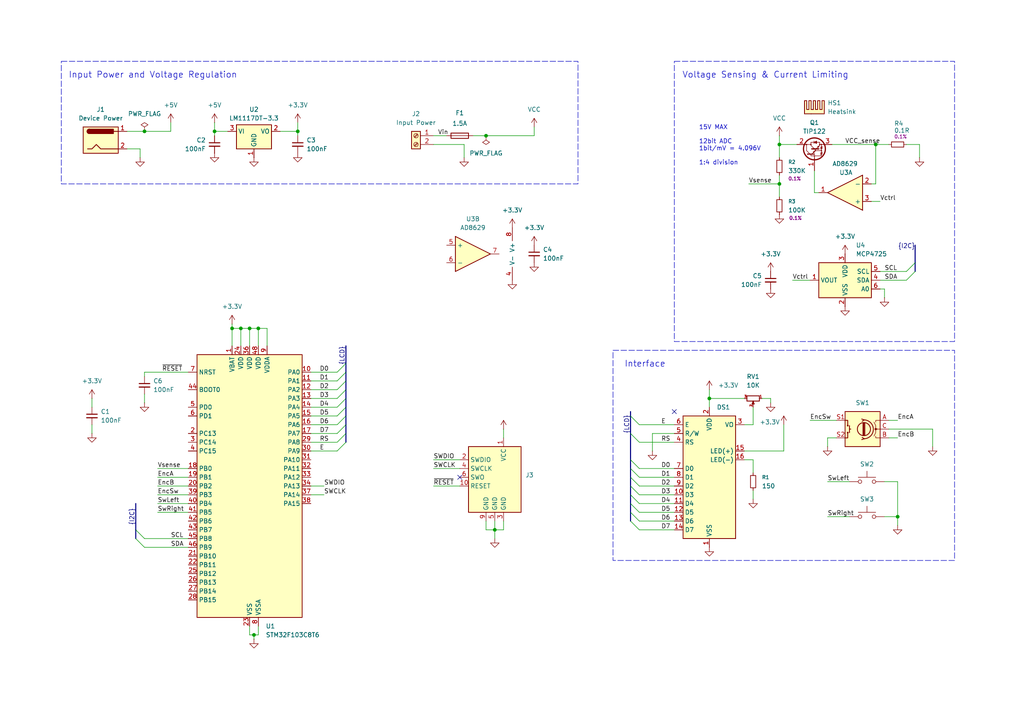
<source format=kicad_sch>
(kicad_sch (version 20250114) (generator "eeschema") (generator_version "9.0")
  (paper "A4")
  (title_block (title "Bench Electronic Load") (date "2025-11-24") (rev "A") (company "Denis Bazhenov"))
  (lib_symbols
    (symbol "Analog_DAC:MCP4725xxx-xCH"
      (property "Reference" "U" (at -6.35 6.35 0))
      (property "Value" "MCP4725xxx-xCH" (at 8.89 6.35 0))
      (symbol "MCP4725xxx-xCH_0_1"
        (rectangle (start -7.62 5.08) (end 7.62 -5.08) (stroke (width 0.254)) (fill (type background)))
      )
      (symbol "MCP4725xxx-xCH_1_1"
        (pin input line (at -10.16 2.54 0) (length 2.54) (name "SCL") (number "5"))
        (pin bidirectional line (at -10.16 0 0) (length 2.54) (name "SDA") (number "4"))
        (pin input line (at -10.16 -2.54 0) (length 2.54) (name "A0") (number "6"))
        (pin power_in line (at 0 7.62 270) (length 2.54) (name "VDD") (number "3"))
        (pin power_in line (at 0 -7.62 90) (length 2.54) (name "VSS") (number "2"))
        (pin output line (at 10.16 0 180) (length 2.54) (name "VOUT") (number "1"))
      )
    )
    (symbol "Connector:Barrel_Jack" (pin_names (offset 1.016))
      (property "Reference" "J" (at 0 5.334 0))
      (property "Value" "Barrel_Jack" (at 0 -5.08 0))
      (symbol "Barrel_Jack_0_1"
        (rectangle (start -5.08 3.81) (end 5.08 -3.81) (stroke (width 0.254)) (fill (type background)))
        (polyline (pts (xy -3.81 -2.54) (xy -2.54 -2.54) (xy -1.27 -1.27) (xy 0 -2.54) (xy 2.54 -2.54) (xy 5.08 -2.54)) (stroke (width 0.254)))
        (arc (start -3.302 1.905) (mid -3.9343 2.54) (end -3.302 3.175) (stroke (width 0.254)))
        (arc (start -3.302 1.905) (mid -3.9343 2.54) (end -3.302 3.175) (stroke (width 0.254)) (fill (type outline)))
        (rectangle (start 3.683 3.175) (end -3.302 1.905) (stroke (width 0.254)) (fill (type outline)))
        (polyline (pts (xy 5.08 2.54) (xy 3.81 2.54)) (stroke (width 0.254)))
      )
      (symbol "Barrel_Jack_1_1"
        (pin passive line (at 7.62 2.54 180) (length 2.54) (name "~") (number "1"))
        (pin passive line (at 7.62 -2.54 180) (length 2.54) (name "~") (number "2"))
      )
    )
    (symbol "Connector:Screw_Terminal_01x02" (pin_names (offset 1.016) (hide yes))
      (property "Reference" "J" (at 0 2.54 0))
      (property "Value" "Screw_Terminal_01x02" (at 0 -5.08 0))
      (symbol "Screw_Terminal_01x02_1_1"
        (rectangle (start -1.27 1.27) (end 1.27 -3.81) (stroke (width 0.254)) (fill (type background)))
        (polyline (pts (xy -0.5334 0.3302) (xy 0.3302 -0.508)) (stroke (width 0.1524)))
        (polyline (pts (xy -0.5334 -2.2098) (xy 0.3302 -3.048)) (stroke (width 0.1524)))
        (polyline (pts (xy -0.3556 0.508) (xy 0.508 -0.3302)) (stroke (width 0.1524)))
        (polyline (pts (xy -0.3556 -2.032) (xy 0.508 -2.8702)) (stroke (width 0.1524)))
        (circle (center 0 0) (radius 0.635) (stroke (width 0.1524)))
        (circle (center 0 -2.54) (radius 0.635) (stroke (width 0.1524)))
        (pin passive line (at -5.08 0 0) (length 3.81) (name "Pin_1") (number "1"))
        (pin passive line (at -5.08 -2.54 0) (length 3.81) (name "Pin_2") (number "2"))
      )
    )
    (symbol "Device:C_Small" (pin_numbers (hide yes)) (pin_names (offset 0.254) (hide yes))
      (property "Reference" "C" (at 0.254 1.778 0))
      (property "Value" "C_Small" (at 0.254 -2.032 0))
      (symbol "C_Small_0_1"
        (polyline (pts (xy -1.524 0.508) (xy 1.524 0.508)) (stroke (width 0.3048)))
        (polyline (pts (xy -1.524 -0.508) (xy 1.524 -0.508)) (stroke (width 0.3302)))
      )
      (symbol "C_Small_1_1"
        (pin passive line (at 0 2.54 270) (length 2.032) (name "~") (number "1"))
        (pin passive line (at 0 -2.54 90) (length 2.032) (name "~") (number "2"))
      )
    )
    (symbol "Device:Fuse" (pin_numbers (hide yes)) (pin_names (offset 0))
      (property "Reference" "F" (at 2.032 0 90))
      (property "Value" "Fuse" (at -1.905 0 90))
      (symbol "Fuse_0_1"
        (rectangle (start -0.762 -2.54) (end 0.762 2.54) (stroke (width 0.254)))
        (polyline (pts (xy 0 2.54) (xy 0 -2.54)))
      )
      (symbol "Fuse_1_1"
        (pin passive line (at 0 3.81 270) (length 1.27) (name "~") (number "1"))
        (pin passive line (at 0 -3.81 90) (length 1.27) (name "~") (number "2"))
      )
    )
    (symbol "Device:Opamp_Dual"
      (property "Reference" "U" (at 0 5.08 0))
      (property "Value" "Opamp_Dual" (at 0 -5.08 0))
      (symbol "Opamp_Dual_1_1"
        (polyline (pts (xy -5.08 5.08) (xy 5.08 0) (xy -5.08 -5.08) (xy -5.08 5.08)) (stroke (width 0.254)) (fill (type background)))
        (pin input line (at -7.62 2.54 0) (length 2.54) (name "+") (number "3"))
        (pin input line (at -7.62 -2.54 0) (length 2.54) (name "-") (number "2"))
        (pin output line (at 7.62 0 180) (length 2.54) (name "~") (number "1"))
      )
      (symbol "Opamp_Dual_2_1"
        (polyline (pts (xy -5.08 5.08) (xy 5.08 0) (xy -5.08 -5.08) (xy -5.08 5.08)) (stroke (width 0.254)) (fill (type background)))
        (pin input line (at -7.62 2.54 0) (length 2.54) (name "+") (number "5"))
        (pin input line (at -7.62 -2.54 0) (length 2.54) (name "-") (number "6"))
        (pin output line (at 7.62 0 180) (length 2.54) (name "~") (number "7"))
      )
      (symbol "Opamp_Dual_3_1"
        (pin power_in line (at -2.54 7.62 270) (length 3.81) (name "V+") (number "8"))
        (pin power_in line (at -2.54 -7.62 90) (length 3.81) (name "V-") (number "4"))
      )
    )
    (symbol "Device:R_Potentiometer_Small" (pin_names (offset 1.016) (hide yes))
      (property "Reference" "RV" (at -4.445 0 90))
      (property "Value" "R_Potentiometer_Small" (at -2.54 0 90))
      (symbol "R_Potentiometer_Small_0_1"
        (rectangle (start 0.762 1.8034) (end -0.762 -1.8034) (stroke (width 0.254)))
        (polyline (pts (xy 0.889 0) (xy 0.635 0) (xy 1.651 0.381) (xy 1.651 -0.381) (xy 0.635 0) (xy 0.889 0)) (fill (type outline)))
      )
      (symbol "R_Potentiometer_Small_1_1"
        (pin passive line (at 0 2.54 270) (length 0.635) (name "1") (number "1"))
        (pin passive line (at 0 -2.54 90) (length 0.635) (name "3") (number "3"))
        (pin passive line (at 2.54 0 180) (length 0.9906) (name "2") (number "2"))
      )
    )
    (symbol "Device:R_Small" (pin_numbers (hide yes)) (pin_names (offset 0.254) (hide yes))
      (property "Reference" "R" (at 0 0 90))
      (property "Value" "R_Small" (at 1.778 0 90))
      (symbol "R_Small_0_1"
        (rectangle (start -0.762 1.778) (end 0.762 -1.778) (stroke (width 0.2032)))
      )
      (symbol "R_Small_1_1"
        (pin passive line (at 0 2.54 270) (length 0.762) (name "~") (number "1"))
        (pin passive line (at 0 -2.54 90) (length 0.762) (name "~") (number "2"))
      )
    )
    (symbol "Device:RotaryEncoder_Switch" (pin_names (offset 0.254) (hide yes))
      (property "Reference" "SW" (at 0 6.604 0))
      (property "Value" "RotaryEncoder_Switch" (at 0 -6.604 0))
      (symbol "RotaryEncoder_Switch_0_1"
        (rectangle (start -5.08 5.08) (end 5.08 -5.08) (stroke (width 0.254)) (fill (type background)))
        (polyline (pts (xy -5.08 2.54) (xy -3.81 2.54) (xy -3.81 2.032)))
        (polyline (pts (xy -5.08 0) (xy -3.81 0) (xy -3.81 -1.016) (xy -3.302 -2.032)))
        (polyline (pts (xy -5.08 -2.54) (xy -3.81 -2.54) (xy -3.81 -2.032)))
        (polyline (pts (xy -4.318 0) (xy -3.81 0) (xy -3.81 1.016) (xy -3.302 2.032)))
        (circle (center -3.81 0) (radius 0.254) (fill (type outline)))
        (polyline (pts (xy -0.635 -1.778) (xy -0.635 1.778)) (stroke (width 0.254)))
        (circle (center -0.381 0) (radius 1.905) (stroke (width 0.254)))
        (polyline (pts (xy -0.381 -1.778) (xy -0.381 1.778)) (stroke (width 0.254)))
        (arc (start -0.381 -2.794) (mid -3.0988 -0.0635) (end -0.381 2.667) (stroke (width 0.254)))
        (polyline (pts (xy -0.127 1.778) (xy -0.127 -1.778)) (stroke (width 0.254)))
        (polyline (pts (xy 0.254 2.921) (xy -0.508 2.667) (xy 0.127 2.286)) (stroke (width 0.254)))
        (polyline (pts (xy 0.254 -3.048) (xy -0.508 -2.794) (xy 0.127 -2.413)) (stroke (width 0.254)))
        (polyline (pts (xy 3.81 1.016) (xy 3.81 -1.016)) (stroke (width 0.254)))
        (polyline (pts (xy 3.81 0) (xy 3.429 0)) (stroke (width 0.254)))
        (circle (center 4.318 1.016) (radius 0.127) (stroke (width 0.254)))
        (circle (center 4.318 -1.016) (radius 0.127) (stroke (width 0.254)))
        (polyline (pts (xy 5.08 2.54) (xy 4.318 2.54) (xy 4.318 1.016)) (stroke (width 0.254)))
        (polyline (pts (xy 5.08 -2.54) (xy 4.318 -2.54) (xy 4.318 -1.016)) (stroke (width 0.254)))
      )
      (symbol "RotaryEncoder_Switch_1_1"
        (pin passive line (at -7.62 2.54 0) (length 2.54) (name "A") (number "A"))
        (pin passive line (at -7.62 0 0) (length 2.54) (name "C") (number "C"))
        (pin passive line (at -7.62 -2.54 0) (length 2.54) (name "B") (number "B"))
        (pin passive line (at 7.62 2.54 180) (length 2.54) (name "S1") (number "S1"))
        (pin passive line (at 7.62 -2.54 180) (length 2.54) (name "S2") (number "S2"))
      )
    )
    (symbol "Display_Character:WC1602A"
      (property "Reference" "DS" (at -5.842 19.05 0))
      (property "Value" "WC1602A" (at 5.334 19.05 0))
      (symbol "WC1602A_1_1"
        (rectangle (start -7.62 17.78) (end 7.62 -17.78) (stroke (width 0.254)) (fill (type background)))
        (pin input line (at -10.16 15.24 0) (length 2.54) (name "E") (number "6"))
        (pin input line (at -10.16 12.7 0) (length 2.54) (name "R/W") (number "5"))
        (pin input line (at -10.16 10.16 0) (length 2.54) (name "RS") (number "4"))
        (pin input line (at -10.16 2.54 0) (length 2.54) (name "D0") (number "7"))
        (pin input line (at -10.16 0 0) (length 2.54) (name "D1") (number "8"))
        (pin input line (at -10.16 -2.54 0) (length 2.54) (name "D2") (number "9"))
        (pin input line (at -10.16 -5.08 0) (length 2.54) (name "D3") (number "10"))
        (pin input line (at -10.16 -7.62 0) (length 2.54) (name "D4") (number "11"))
        (pin input line (at -10.16 -10.16 0) (length 2.54) (name "D5") (number "12"))
        (pin input line (at -10.16 -12.7 0) (length 2.54) (name "D6") (number "13"))
        (pin input line (at -10.16 -15.24 0) (length 2.54) (name "D7") (number "14"))
        (pin power_in line (at 0 20.32 270) (length 2.54) (name "VDD") (number "2"))
        (pin power_in line (at 0 -20.32 90) (length 2.54) (name "VSS") (number "1"))
        (pin input line (at 10.16 15.24 180) (length 2.54) (name "VO") (number "3"))
        (pin power_in line (at 10.16 7.62 180) (length 2.54) (name "LED(+)") (number "15"))
        (pin power_in line (at 10.16 5.08 180) (length 2.54) (name "LED(-)") (number "16"))
      )
    )
    (symbol "MCU_ST_STM32F1:STM32F103C8Tx"
      (property "Reference" "U" (at -15.24 39.37 0))
      (property "Value" "STM32F103C8Tx" (at 7.62 39.37 0))
      (symbol "STM32F103C8Tx_0_1"
        (rectangle (start -15.24 -38.1) (end 15.24 38.1) (stroke (width 0.254)) (fill (type background)))
      )
      (symbol "STM32F103C8Tx_1_1"
        (pin input line (at -17.78 33.02 0) (length 2.54) (name "NRST") (number "7"))
        (pin input line (at -17.78 27.94 0) (length 2.54) (name "BOOT0") (number "44"))
        (pin bidirectional line (at -17.78 22.86 0) (length 2.54) (name "PD0") (number "5"))
        (pin bidirectional line (at -17.78 20.32 0) (length 2.54) (name "PD1") (number "6"))
        (pin bidirectional line (at -17.78 15.24 0) (length 2.54) (name "PC13") (number "2"))
        (pin bidirectional line (at -17.78 12.7 0) (length 2.54) (name "PC14") (number "3"))
        (pin bidirectional line (at -17.78 10.16 0) (length 2.54) (name "PC15") (number "4"))
        (pin bidirectional line (at -17.78 5.08 0) (length 2.54) (name "PB0") (number "18"))
        (pin bidirectional line (at -17.78 2.54 0) (length 2.54) (name "PB1") (number "19"))
        (pin bidirectional line (at -17.78 0 0) (length 2.54) (name "PB2") (number "20"))
        (pin bidirectional line (at -17.78 -2.54 0) (length 2.54) (name "PB3") (number "39"))
        (pin bidirectional line (at -17.78 -5.08 0) (length 2.54) (name "PB4") (number "40"))
        (pin bidirectional line (at -17.78 -7.62 0) (length 2.54) (name "PB5") (number "41"))
        (pin bidirectional line (at -17.78 -10.16 0) (length 2.54) (name "PB6") (number "42"))
        (pin bidirectional line (at -17.78 -12.7 0) (length 2.54) (name "PB7") (number "43"))
        (pin bidirectional line (at -17.78 -15.24 0) (length 2.54) (name "PB8") (number "45"))
        (pin bidirectional line (at -17.78 -17.78 0) (length 2.54) (name "PB9") (number "46"))
        (pin bidirectional line (at -17.78 -20.32 0) (length 2.54) (name "PB10") (number "21"))
        (pin bidirectional line (at -17.78 -22.86 0) (length 2.54) (name "PB11") (number "22"))
        (pin bidirectional line (at -17.78 -25.4 0) (length 2.54) (name "PB12") (number "25"))
        (pin bidirectional line (at -17.78 -27.94 0) (length 2.54) (name "PB13") (number "26"))
        (pin bidirectional line (at -17.78 -30.48 0) (length 2.54) (name "PB14") (number "27"))
        (pin bidirectional line (at -17.78 -33.02 0) (length 2.54) (name "PB15") (number "28"))
        (pin power_in line (at -5.08 40.64 270) (length 2.54) (name "VBAT") (number "1"))
        (pin power_in line (at -2.54 40.64 270) (length 2.54) (name "VDD") (number "24"))
        (pin power_in line (at 0 40.64 270) (length 2.54) (name "VDD") (number "36"))
        (pin power_in line (at 0 -40.64 90) (length 2.54) (name "VSS") (number "23"))
        (pin passive line (at 0 -40.64 90) (length 2.54) (hide yes) (name "VSS") (number "35"))
        (pin passive line (at 0 -40.64 90) (length 2.54) (hide yes) (name "VSS") (number "47"))
        (pin power_in line (at 2.54 40.64 270) (length 2.54) (name "VDD") (number "48"))
        (pin power_in line (at 2.54 -40.64 90) (length 2.54) (name "VSSA") (number "8"))
        (pin power_in line (at 5.08 40.64 270) (length 2.54) (name "VDDA") (number "9"))
        (pin bidirectional line (at 17.78 33.02 180) (length 2.54) (name "PA0") (number "10"))
        (pin bidirectional line (at 17.78 30.48 180) (length 2.54) (name "PA1") (number "11"))
        (pin bidirectional line (at 17.78 27.94 180) (length 2.54) (name "PA2") (number "12"))
        (pin bidirectional line (at 17.78 25.4 180) (length 2.54) (name "PA3") (number "13"))
        (pin bidirectional line (at 17.78 22.86 180) (length 2.54) (name "PA4") (number "14"))
        (pin bidirectional line (at 17.78 20.32 180) (length 2.54) (name "PA5") (number "15"))
        (pin bidirectional line (at 17.78 17.78 180) (length 2.54) (name "PA6") (number "16"))
        (pin bidirectional line (at 17.78 15.24 180) (length 2.54) (name "PA7") (number "17"))
        (pin bidirectional line (at 17.78 12.7 180) (length 2.54) (name "PA8") (number "29"))
        (pin bidirectional line (at 17.78 10.16 180) (length 2.54) (name "PA9") (number "30"))
        (pin bidirectional line (at 17.78 7.62 180) (length 2.54) (name "PA10") (number "31"))
        (pin bidirectional line (at 17.78 5.08 180) (length 2.54) (name "PA11") (number "32"))
        (pin bidirectional line (at 17.78 2.54 180) (length 2.54) (name "PA12") (number "33"))
        (pin bidirectional line (at 17.78 0 180) (length 2.54) (name "PA13") (number "34"))
        (pin bidirectional line (at 17.78 -2.54 180) (length 2.54) (name "PA14") (number "37"))
        (pin bidirectional line (at 17.78 -5.08 180) (length 2.54) (name "PA15") (number "38"))
      )
    )
    (symbol "Mechanical:Heatsink" (pin_names (offset 1.016))
      (property "Reference" "HS" (at 0 5.08 0))
      (property "Value" "Heatsink" (at 0 -1.27 0))
      (symbol "Heatsink_0_1"
        (polyline (pts (xy -0.3302 1.27) (xy -0.9652 1.27) (xy -0.9652 3.81) (xy -1.6002 3.81) (xy -1.6002 1.27) (xy -2.2352 1.27) (xy -2.2352 3.81) (xy -2.8702 3.81) (xy -2.8702 0) (xy -0.9652 0)) (stroke (width 0.254)) (fill (type background)))
        (polyline (pts (xy -0.3302 1.27) (xy -0.3302 3.81) (xy 0.3048 3.81) (xy 0.3048 1.27) (xy 0.9398 1.27) (xy 0.9398 3.81) (xy 1.5748 3.81) (xy 1.5748 1.27) (xy 2.2098 1.27) (xy 2.2098 3.81) (xy 2.8448 3.81) (xy 2.8448 0) (xy -0.9652 0)) (stroke (width 0.254)) (fill (type background)))
      )
    )
    (symbol "Regulator_Linear:LM1117DT-3.3"
      (property "Reference" "U" (at -3.81 3.175 0))
      (property "Value" "LM1117DT-3.3" (at 0 3.175 0))
      (symbol "LM1117DT-3.3_0_1"
        (rectangle (start -5.08 -5.08) (end 5.08 1.905) (stroke (width 0.254)) (fill (type background)))
      )
      (symbol "LM1117DT-3.3_1_1"
        (pin power_in line (at -7.62 0 0) (length 2.54) (name "VI") (number "3"))
        (pin power_in line (at 0 -7.62 90) (length 2.54) (name "GND") (number "1"))
        (pin power_out line (at 7.62 0 180) (length 2.54) (name "VO") (number "2"))
      )
    )
    (symbol "Switch:SW_Push" (pin_numbers (hide yes)) (pin_names (offset 1.016) (hide yes))
      (property "Reference" "SW" (at 1.27 2.54 0))
      (property "Value" "SW_Push" (at 0 -1.524 0))
      (symbol "SW_Push_0_1"
        (circle (center -2.032 0) (radius 0.508))
        (polyline (pts (xy 0 1.27) (xy 0 3.048)))
        (circle (center 2.032 0) (radius 0.508))
        (polyline (pts (xy 2.54 1.27) (xy -2.54 1.27)))
        (pin passive line (at -5.08 0 0) (length 2.54) (name "1") (number "1"))
        (pin passive line (at 5.08 0 180) (length 2.54) (name "2") (number "2"))
      )
    )
    (symbol "Transistor_BJT:TIP122" (pin_names (offset 0) (hide yes))
      (property "Reference" "Q" (at 5.08 1.905 0))
      (property "Value" "TIP122" (at 5.08 0 0))
      (symbol "TIP122_0_1"
        (polyline (pts (xy -1.27 0) (xy -0.889 0)))
        (circle (center -0.762 0) (radius 0.127))
        (polyline (pts (xy -0.254 2.032) (xy -0.254 0) (xy -0.254 0)) (stroke (width 0.3048)))
        (polyline (pts (xy -0.254 1.27) (xy 0.762 2.286) (xy 2.54 2.286)))
        (polyline (pts (xy -0.254 1.016) (xy -0.762 1.016) (xy -0.762 -2.032)))
        (polyline (pts (xy -0.254 0.762) (xy 0.762 -0.254) (xy 1.27 -0.254)))
        (polyline (pts (xy 0.635 -0.127) (xy 0.381 0.381) (xy 0.127 0.127) (xy 0.635 -0.127)))
        (polyline (pts (xy 0.762 -0.254) (xy 0.762 -2.032) (xy 1.143 -2.032) (xy 1.27 -1.778) (xy 1.397 -2.286) (xy 1.524 -1.778) (xy 1.651 -2.286) (xy 1.778 -1.778) (xy 1.905 -2.286) (xy 2.032 -2.032) (xy 2.54 -2.032)))
        (circle (center 0.762 -0.254) (radius 0.127))
        (polyline (pts (xy 0.762 -2.032) (xy 0.381 -2.032) (xy 0.254 -2.286) (xy 0.127 -1.778) (xy 0 -2.286) (xy -0.127 -1.778) (xy -0.254 -2.286) (xy -0.381 -1.778) (xy -0.508 -2.032) (xy -0.762 -2.032)))
        (circle (center 0.762 -2.032) (radius 0.127))
        (polyline (pts (xy 1.27 0.762) (xy 1.27 -1.27) (xy 1.27 -1.27)) (stroke (width 0.381)))
        (polyline (pts (xy 1.27 0) (xy 2.286 1.016) (xy 2.54 1.016) (xy 2.54 2.286)))
        (circle (center 1.27 0) (radius 3.175) (stroke (width 0.3556)))
        (polyline (pts (xy 1.27 -0.508) (xy 2.286 -1.524) (xy 2.54 -1.524) (xy 2.54 -2.032)))
        (polyline (pts (xy 2.159 -1.397) (xy 1.905 -0.889) (xy 1.651 -1.143) (xy 2.159 -1.397)))
        (circle (center 2.54 2.286) (radius 0.127))
        (circle (center 2.54 1.016) (radius 0.127))
        (polyline (pts (xy 2.54 -1.524) (xy 3.175 -1.524)))
        (circle (center 2.54 -1.524) (radius 0.127))
        (polyline (pts (xy 2.54 -2.032) (xy 2.54 -2.54)))
        (circle (center 2.54 -2.032) (radius 0.127))
        (polyline (pts (xy 2.794 0.127) (xy 3.556 0.127)))
        (polyline (pts (xy 3.175 1.016) (xy 2.54 1.016)))
        (polyline (pts (xy 3.175 1.016) (xy 3.175 0.127)))
        (polyline (pts (xy 3.175 0.127) (xy 2.794 -0.635) (xy 3.556 -0.635) (xy 3.175 0.127)) (fill (type outline)))
        (polyline (pts (xy 3.175 -0.635) (xy 3.175 -1.524)))
      )
      (symbol "TIP122_1_1"
        (pin input line (at -5.08 0 0) (length 3.81) (name "B") (number "1"))
        (pin passive line (at 2.54 5.08 270) (length 2.667) (name "C") (number "2"))
        (pin passive line (at 2.54 -5.08 90) (length 2.54) (name "E") (number "3"))
      )
    )
    (symbol "kicad:SWD Header"
      (property "Reference" "J" (at 0.508 1.778 0))
      (property "Value" "SWD Header" (at 13.462 2.032 0))
      (symbol "SWD Header_1_1"
        (rectangle (start 0 0) (end 15.24 -19.05) (stroke (width 0.254)) (fill (type background)))
        (pin power_in line (at 5.08 2.54 270) (length 2.54) (name "VCC") (number "1"))
        (pin power_in line (at 5.08 -21.59 90) (length 2.54) (name "GND") (number "3"))
        (pin power_in line (at 7.62 -21.59 90) (length 2.54) (name "GND") (number "5"))
        (pin power_in line (at 10.16 -21.59 90) (length 2.54) (name "GND") (number "9"))
        (pin bidirectional line (at 17.78 -3.81 180) (length 2.54) (name "SWDIO") (number "2"))
        (pin bidirectional line (at 17.78 -6.35 180) (length 2.54) (name "SWCLK") (number "4"))
        (pin bidirectional line (at 17.78 -8.89 180) (length 2.54) (name "SWO") (number "6"))
        (pin output line (at 17.78 -11.43 180) (length 2.54) (name "RESET") (number "10"))
      )
    )
    (symbol "power:+3.3V" (power) (pin_numbers (hide yes)) (pin_names (offset 0) (hide yes))
      (property "Value" "+3.3V" (at 0 3.556 0))
      (symbol "+3.3V_0_1"
        (polyline (pts (xy -0.762 1.27) (xy 0 2.54)))
        (polyline (pts (xy 0 2.54) (xy 0.762 1.27)))
        (polyline (pts (xy 0 0) (xy 0 2.54)))
      )
      (symbol "+3.3V_1_1"
        (pin power_in line (at 0 0 90) (length 0) (name "~") (number "1"))
      )
    )
    (symbol "power:+5V" (power) (pin_numbers (hide yes)) (pin_names (offset 0) (hide yes))
      (property "Value" "+5V" (at 0 3.556 0))
      (symbol "+5V_0_1"
        (polyline (pts (xy -0.762 1.27) (xy 0 2.54)))
        (polyline (pts (xy 0 2.54) (xy 0.762 1.27)))
        (polyline (pts (xy 0 0) (xy 0 2.54)))
      )
      (symbol "+5V_1_1"
        (pin power_in line (at 0 0 90) (length 0) (name "~") (number "1"))
      )
    )
    (symbol "power:GND" (power) (pin_numbers (hide yes)) (pin_names (offset 0) (hide yes))
      (property "Value" "GND" (at 0 -3.81 0))
      (symbol "GND_0_1"
        (polyline (pts (xy 0 0) (xy 0 -1.27) (xy 1.27 -1.27) (xy 0 -2.54) (xy -1.27 -1.27) (xy 0 -1.27)))
      )
      (symbol "GND_1_1"
        (pin power_in line (at 0 0 270) (length 0) (name "~") (number "1"))
      )
    )
    (symbol "power:PWR_FLAG" (power) (pin_numbers (hide yes)) (pin_names (offset 0) (hide yes))
      (property "Value" "PWR_FLAG" (at 0 3.81 0))
      (symbol "PWR_FLAG_0_0"
        (pin power_out line (at 0 0 90) (length 0) (name "~") (number "1"))
      )
      (symbol "PWR_FLAG_0_1"
        (polyline (pts (xy 0 0) (xy 0 1.27) (xy -1.016 1.905) (xy 0 2.54) (xy 1.016 1.905) (xy 0 1.27)))
      )
    )
    (symbol "power:VDD" (power) (pin_numbers (hide yes)) (pin_names (offset 0) (hide yes))
      (property "Value" "VDD" (at 0 3.556 0))
      (symbol "VDD_0_1"
        (polyline (pts (xy -0.762 1.27) (xy 0 2.54)))
        (polyline (pts (xy 0 2.54) (xy 0.762 1.27)))
        (polyline (pts (xy 0 0) (xy 0 2.54)))
      )
      (symbol "VDD_1_1"
        (pin power_in line (at 0 0 90) (length 0) (name "~") (number "1"))
      )
    )
  )
  (bus_alias "I2C" (members "SCL" "SDA"))
  (bus_alias "LCD" (members "D0" "D1" "D2" "D3" "D4" "D5" "D6" "D7" "E" "RS"))
  (rectangle (start 177.8 101.6) (end 276.86 162.56) (stroke (width 0) (type dash)))
  (rectangle (start 17.78 17.78) (end 167.64 53.34) (stroke (width 0) (type dash)))
  (rectangle (start 195.58 17.78) (end 276.86 99.06) (stroke (width 0) (type dash)))
  (text "Voltage Sensing & Current Limiting" (at 197.866 21.844 0) (effects (font (size 1.778 1.778)) (justify left)))
  (text "Input Power and Voltage Regulation" (at 68.834 21.844 0) (effects (font (size 1.778 1.778)) (justify right)))
  (text "15V MAX\n\n12bit ADC\n1bit/mV = 4.096V\n\n1:4 division" (at 202.692 42.164 0) (effects (font (size 1.27 1.27)) (justify left)))
  (text "Interface" (at 181.102 105.664 0) (effects (font (size 1.778 1.778)) (justify left)))
  (junction (at 143.51 153.67))
  (junction (at 69.85 95.25))
  (junction (at 41.91 38.1))
  (junction (at 62.23 38.1))
  (junction (at 205.74 115.57))
  (junction (at 74.93 95.25))
  (junction (at 226.06 41.91))
  (junction (at 260.35 149.86))
  (junction (at 72.39 95.25))
  (junction (at 73.66 184.15))
  (junction (at 254 41.91))
  (junction (at 226.06 53.34))
  (junction (at 86.36 38.1))
  (junction (at 140.97 39.37))
  (junction (at 67.31 95.25))
  (no_connect (at 195.58 119.38))
  (no_connect (at 133.35 138.43))
  (bus_entry (at 97.79 110.49) (size 2.54 -2.54))
  (bus_entry (at 97.79 107.95) (size 2.54 -2.54))
  (bus_entry (at 97.79 128.27) (size 2.54 -2.54))
  (bus_entry (at 97.79 113.03) (size 2.54 -2.54))
  (bus_entry (at 97.79 118.11) (size 2.54 -2.54))
  (bus_entry (at 182.88 148.59) (size 2.54 2.54))
  (bus_entry (at 182.88 143.51) (size 2.54 2.54))
  (bus_entry (at 39.37 153.67) (size 2.54 2.54))
  (bus_entry (at 262.89 81.28) (size 2.54 -2.54))
  (bus_entry (at 182.88 138.43) (size 2.54 2.54))
  (bus_entry (at 97.79 130.81) (size 2.54 -2.54))
  (bus_entry (at 182.88 133.35) (size 2.54 2.54))
  (bus_entry (at 182.88 140.97) (size 2.54 2.54))
  (bus_entry (at 262.89 78.74) (size 2.54 -2.54))
  (bus_entry (at 182.88 146.05) (size 2.54 2.54))
  (bus_entry (at 97.79 120.65) (size 2.54 -2.54))
  (bus_entry (at 39.37 156.21) (size 2.54 2.54))
  (bus_entry (at 182.88 135.89) (size 2.54 2.54))
  (bus_entry (at 97.79 125.73) (size 2.54 -2.54))
  (bus_entry (at 182.88 151.13) (size 2.54 2.54))
  (bus_entry (at 97.79 123.19) (size 2.54 -2.54))
  (bus_entry (at 97.79 115.57) (size 2.54 -2.54))
  (bus_entry (at 182.88 125.73) (size 2.54 2.54))
  (bus_entry (at 182.88 120.65) (size 2.54 2.54))
  (wire (pts (xy 254 53.34) (xy 254 41.91)))
  (wire (pts (xy 90.17 110.49) (xy 97.79 110.49)))
  (bus (pts (xy 100.33 115.57) (xy 100.33 118.11)))
  (wire (pts (xy 185.42 153.67) (xy 195.58 153.67)))
  (bus (pts (xy 182.88 138.43) (xy 182.88 140.97)))
  (wire (pts (xy 36.83 43.18) (xy 40.64 43.18)))
  (wire (pts (xy 41.91 109.22) (xy 41.91 107.95)))
  (wire (pts (xy 73.66 184.15) (xy 74.93 184.15)))
  (wire (pts (xy 67.31 95.25) (xy 69.85 95.25)))
  (bus (pts (xy 100.33 113.03) (xy 100.33 115.57)))
  (wire (pts (xy 41.91 38.1) (xy 49.53 38.1)))
  (wire (pts (xy 90.17 107.95) (xy 97.79 107.95)))
  (wire (pts (xy 72.39 95.25) (xy 74.93 95.25)))
  (wire (pts (xy 185.42 138.43) (xy 195.58 138.43)))
  (bus (pts (xy 39.37 153.67) (xy 39.37 156.21)))
  (bus (pts (xy 39.37 146.05) (xy 39.37 153.67)))
  (bus (pts (xy 182.88 140.97) (xy 182.88 143.51)))
  (wire (pts (xy 215.9 123.19) (xy 218.44 123.19)))
  (wire (pts (xy 257.81 127) (xy 260.35 127)))
  (wire (pts (xy 185.42 146.05) (xy 195.58 146.05)))
  (wire (pts (xy 81.28 38.1) (xy 86.36 38.1)))
  (wire (pts (xy 266.7 41.91) (xy 266.7 45.72)))
  (wire (pts (xy 195.58 125.73) (xy 189.23 125.73)))
  (wire (pts (xy 137.16 39.37) (xy 140.97 39.37)))
  (wire (pts (xy 220.98 115.57) (xy 223.52 115.57)))
  (bus (pts (xy 100.33 118.11) (xy 100.33 120.65)))
  (wire (pts (xy 40.64 43.18) (xy 40.64 45.72)))
  (wire (pts (xy 146.05 151.13) (xy 146.05 153.67)))
  (wire (pts (xy 185.42 148.59) (xy 195.58 148.59)))
  (wire (pts (xy 90.17 113.03) (xy 97.79 113.03)))
  (wire (pts (xy 143.51 151.13) (xy 143.51 153.67)))
  (wire (pts (xy 90.17 115.57) (xy 97.79 115.57)))
  (bus (pts (xy 182.88 135.89) (xy 182.88 138.43)))
  (wire (pts (xy 86.36 38.1) (xy 86.36 39.37)))
  (wire (pts (xy 143.51 153.67) (xy 146.05 153.67)))
  (wire (pts (xy 241.3 41.91) (xy 254 41.91)))
  (wire (pts (xy 215.9 130.81) (xy 227.33 130.81)))
  (wire (pts (xy 226.06 41.91) (xy 231.14 41.91)))
  (wire (pts (xy 270.51 129.54) (xy 270.51 124.46)))
  (wire (pts (xy 242.57 127) (xy 240.03 127)))
  (wire (pts (xy 45.72 138.43) (xy 54.61 138.43)))
  (wire (pts (xy 140.97 39.37) (xy 154.94 39.37)))
  (wire (pts (xy 185.42 128.27) (xy 195.58 128.27)))
  (wire (pts (xy 189.23 125.73) (xy 189.23 130.81)))
  (bus (pts (xy 100.33 123.19) (xy 100.33 125.73)))
  (wire (pts (xy 90.17 143.51) (xy 93.98 143.51)))
  (wire (pts (xy 260.35 149.86) (xy 260.35 152.4)))
  (wire (pts (xy 125.73 133.35) (xy 133.35 133.35)))
  (wire (pts (xy 226.06 41.91) (xy 226.06 45.72)))
  (wire (pts (xy 254 41.91) (xy 257.81 41.91)))
  (wire (pts (xy 217.17 53.34) (xy 226.06 53.34)))
  (wire (pts (xy 90.17 130.81) (xy 97.79 130.81)))
  (wire (pts (xy 255.27 81.28) (xy 262.89 81.28)))
  (wire (pts (xy 205.74 115.57) (xy 215.9 115.57)))
  (bus (pts (xy 182.88 143.51) (xy 182.88 146.05)))
  (wire (pts (xy 41.91 156.21) (xy 54.61 156.21)))
  (wire (pts (xy 86.36 35.56) (xy 86.36 38.1)))
  (wire (pts (xy 41.91 116.84) (xy 41.91 114.3)))
  (wire (pts (xy 67.31 95.25) (xy 67.31 100.33)))
  (bus (pts (xy 100.33 110.49) (xy 100.33 113.03)))
  (wire (pts (xy 229.87 81.28) (xy 234.95 81.28)))
  (wire (pts (xy 41.91 107.95) (xy 54.61 107.95)))
  (wire (pts (xy 74.93 184.15) (xy 74.93 181.61)))
  (wire (pts (xy 90.17 125.73) (xy 97.79 125.73)))
  (wire (pts (xy 41.91 158.75) (xy 54.61 158.75)))
  (wire (pts (xy 240.03 127) (xy 240.03 129.54)))
  (wire (pts (xy 26.67 115.57) (xy 26.67 118.11)))
  (wire (pts (xy 185.42 123.19) (xy 195.58 123.19)))
  (wire (pts (xy 62.23 35.56) (xy 62.23 38.1)))
  (wire (pts (xy 227.33 123.19) (xy 227.33 130.81)))
  (wire (pts (xy 215.9 133.35) (xy 218.44 133.35)))
  (wire (pts (xy 255.27 78.74) (xy 262.89 78.74)))
  (wire (pts (xy 125.73 140.97) (xy 133.35 140.97)))
  (wire (pts (xy 77.47 95.25) (xy 77.47 100.33)))
  (bus (pts (xy 100.33 107.95) (xy 100.33 110.49)))
  (wire (pts (xy 236.22 55.88) (xy 236.22 49.53)))
  (wire (pts (xy 125.73 41.91) (xy 134.62 41.91)))
  (wire (pts (xy 90.17 120.65) (xy 97.79 120.65)))
  (wire (pts (xy 45.72 143.51) (xy 54.61 143.51)))
  (wire (pts (xy 240.03 139.7) (xy 246.38 139.7)))
  (bus (pts (xy 182.88 133.35) (xy 182.88 135.89)))
  (wire (pts (xy 256.54 86.36) (xy 256.54 83.82)))
  (bus (pts (xy 182.88 148.59) (xy 182.88 151.13)))
  (wire (pts (xy 49.53 35.56) (xy 49.53 38.1)))
  (bus (pts (xy 100.33 120.65) (xy 100.33 123.19)))
  (wire (pts (xy 226.06 39.37) (xy 226.06 41.91)))
  (bus (pts (xy 182.88 120.65) (xy 182.88 125.73)))
  (wire (pts (xy 74.93 95.25) (xy 77.47 95.25)))
  (wire (pts (xy 252.73 53.34) (xy 254 53.34)))
  (wire (pts (xy 236.22 55.88) (xy 237.49 55.88)))
  (wire (pts (xy 69.85 95.25) (xy 69.85 100.33)))
  (wire (pts (xy 45.72 146.05) (xy 54.61 146.05)))
  (bus (pts (xy 100.33 100.33) (xy 100.33 105.41)))
  (bus (pts (xy 100.33 105.41) (xy 100.33 107.95)))
  (wire (pts (xy 36.83 38.1) (xy 41.91 38.1)))
  (wire (pts (xy 62.23 38.1) (xy 62.23 39.37)))
  (wire (pts (xy 262.89 41.91) (xy 266.7 41.91)))
  (wire (pts (xy 256.54 149.86) (xy 260.35 149.86)))
  (wire (pts (xy 256.54 139.7) (xy 260.35 139.7)))
  (wire (pts (xy 90.17 123.19) (xy 97.79 123.19)))
  (wire (pts (xy 270.51 124.46) (xy 257.81 124.46)))
  (wire (pts (xy 218.44 142.24) (xy 218.44 144.78)))
  (wire (pts (xy 140.97 151.13) (xy 140.97 153.67)))
  (wire (pts (xy 125.73 135.89) (xy 133.35 135.89)))
  (wire (pts (xy 218.44 123.19) (xy 218.44 118.11)))
  (wire (pts (xy 154.94 36.83) (xy 154.94 39.37)))
  (wire (pts (xy 26.67 125.73) (xy 26.67 123.19)))
  (wire (pts (xy 74.93 95.25) (xy 74.93 100.33)))
  (wire (pts (xy 226.06 50.8) (xy 226.06 53.34)))
  (wire (pts (xy 205.74 113.03) (xy 205.74 115.57)))
  (wire (pts (xy 72.39 184.15) (xy 73.66 184.15)))
  (wire (pts (xy 67.31 93.98) (xy 67.31 95.25)))
  (wire (pts (xy 125.73 39.37) (xy 129.54 39.37)))
  (wire (pts (xy 143.51 153.67) (xy 143.51 156.21)))
  (wire (pts (xy 146.05 124.46) (xy 146.05 127)))
  (wire (pts (xy 72.39 181.61) (xy 72.39 184.15)))
  (wire (pts (xy 218.44 133.35) (xy 218.44 137.16)))
  (wire (pts (xy 256.54 83.82) (xy 255.27 83.82)))
  (wire (pts (xy 260.35 139.7) (xy 260.35 149.86)))
  (wire (pts (xy 185.42 143.51) (xy 195.58 143.51)))
  (wire (pts (xy 134.62 41.91) (xy 134.62 45.72)))
  (bus (pts (xy 182.88 125.73) (xy 182.88 133.35)))
  (wire (pts (xy 252.73 58.42) (xy 255.27 58.42)))
  (wire (pts (xy 185.42 140.97) (xy 195.58 140.97)))
  (bus (pts (xy 100.33 125.73) (xy 100.33 128.27)))
  (bus (pts (xy 182.88 119.38) (xy 182.88 120.65)))
  (wire (pts (xy 66.04 38.1) (xy 62.23 38.1)))
  (bus (pts (xy 182.88 146.05) (xy 182.88 148.59)))
  (wire (pts (xy 45.72 135.89) (xy 54.61 135.89)))
  (wire (pts (xy 226.06 53.34) (xy 226.06 57.15)))
  (wire (pts (xy 90.17 140.97) (xy 93.98 140.97)))
  (wire (pts (xy 90.17 128.27) (xy 97.79 128.27)))
  (wire (pts (xy 45.72 140.97) (xy 54.61 140.97)))
  (wire (pts (xy 185.42 151.13) (xy 195.58 151.13)))
  (wire (pts (xy 69.85 95.25) (xy 72.39 95.25)))
  (wire (pts (xy 45.72 148.59) (xy 54.61 148.59)))
  (wire (pts (xy 257.81 121.92) (xy 260.35 121.92)))
  (bus (pts (xy 265.43 71.12) (xy 265.43 76.2)))
  (wire (pts (xy 73.66 184.15) (xy 73.66 185.42)))
  (wire (pts (xy 90.17 118.11) (xy 97.79 118.11)))
  (wire (pts (xy 140.97 153.67) (xy 143.51 153.67)))
  (bus (pts (xy 265.43 76.2) (xy 265.43 78.74)))
  (wire (pts (xy 234.95 121.92) (xy 242.57 121.92)))
  (wire (pts (xy 185.42 135.89) (xy 195.58 135.89)))
  (wire (pts (xy 72.39 95.25) (xy 72.39 100.33)))
  (wire (pts (xy 205.74 115.57) (xy 205.74 118.11)))
  (wire (pts (xy 240.03 149.86) (xy 246.38 149.86)))
  (wire (pts (xy 223.52 115.57) (xy 223.52 116.84)))
  (label "SWCLK" (at 93.98 143.51 0))
  (label "{I2C}" (at 265.43 72.39 180))
  (label "VCC_sense" (at 245.11 41.91 0))
  (label "~{RESET}" (at 125.73 140.97 0))
  (label "EncA" (at 260.35 121.92 0))
  (label "D4" (at 92.71 118.11 0))
  (label "SwLeft" (at 45.72 146.05 0))
  (label "SDA" (at 49.53 158.75 0))
  (label "~{RESET}" (at 46.99 107.95 0))
  (label "D4" (at 191.77 146.05 0))
  (label "D1" (at 191.77 138.43 0))
  (label "E" (at 191.77 123.19 0))
  (label "D2" (at 92.71 113.03 0))
  (label "SwRight" (at 240.03 149.86 0))
  (label "SCL" (at 49.53 156.21 0))
  (label "Vctrl" (at 229.87 81.28 0))
  (label "SwLeft" (at 240.03 139.7 0))
  (label "Vsense" (at 217.17 53.34 0))
  (label "SCL" (at 256.54 78.74 0))
  (label "RS" (at 191.77 128.27 0))
  (label "D2" (at 191.77 140.97 0))
  (label "SWDIO" (at 93.98 140.97 0))
  (label "EncB" (at 45.72 140.97 0))
  (label "D0" (at 92.71 107.95 0))
  (label "EncSw" (at 234.95 121.92 0))
  (label "EncSw" (at 45.72 143.51 0))
  (label "D7" (at 191.77 153.67 0))
  (label "D3" (at 92.71 115.57 0))
  (label "SWDIO" (at 125.73 133.35 0))
  (label "Vin" (at 127 39.37 0))
  (label "{LCD}" (at 100.33 100.33 270))
  (label "RS" (at 92.71 128.27 0))
  (label "Vctrl" (at 255.27 58.42 0))
  (label "D5" (at 191.77 148.59 0))
  (label "Vsense" (at 45.72 135.89 0))
  (label "EncB" (at 260.35 127 0))
  (label "D3" (at 191.77 143.51 0))
  (label "{LCD}" (at 182.88 125.73 90))
  (label "D6" (at 191.77 151.13 0))
  (label "D7" (at 92.71 125.73 0))
  (label "E" (at 92.71 130.81 0))
  (label "{I2C}" (at 39.37 147.32 270))
  (label "SWCLK" (at 125.73 135.89 0))
  (label "SwRight" (at 45.72 148.59 0))
  (label "D5" (at 92.71 120.65 0))
  (label "SDA" (at 256.54 81.28 0))
  (label "D6" (at 92.71 123.19 0))
  (label "D1" (at 92.71 110.49 0))
  (label "EncA" (at 45.72 138.43 0))
  (label "D0" (at 191.77 135.89 0))
  (symbol (lib_id "Device:C_Small") (at 86.36 41.91 0) (unit 1)
    (property "Reference" "C3" (at 88.9 40.6462 0) (effects (justify left)))
    (property "Value" "100nF" (at 88.9 43.1862 0) (effects (justify left)))
    (property "Description" "Unpolarized capacitor, small symbol" (effects (hide yes)))
  )
  (symbol (lib_id "power:GND") (at 148.59 81.28 0) (unit 1)
    (property "Reference" "#PWR016" (effects (hide yes)))
    (property "Value" "GND" (effects (hide yes)))
    (property "Description" "Power symbol creates a global label with name \"GND\" , ground" (effects (hide yes)))
  )
  (symbol (lib_id "power:+3.3V") (at 86.36 35.56 0) (unit 1)
    (property "Reference" "#PWR010" (effects (hide yes)))
    (property "Value" "+3.3V" (at 86.36 30.48 0))
    (property "Description" "Power symbol creates a global label with name \"+3.3V\"" (effects (hide yes)))
  )
  (symbol (lib_id "power:GND") (at 86.36 44.45 0) (unit 1)
    (property "Reference" "#PWR011" (effects (hide yes)))
    (property "Value" "GND" (effects (hide yes)))
    (property "Description" "Power symbol creates a global label with name \"GND\" , ground" (effects (hide yes)))
  )
  (symbol (lib_id "power:GND") (at 62.23 44.45 0) (unit 1)
    (property "Reference" "#PWR06" (effects (hide yes)))
    (property "Value" "GND" (effects (hide yes)))
    (property "Description" "Power symbol creates a global label with name \"GND\" , ground" (effects (hide yes)))
  )
  (symbol (lib_id "power:+5V") (at 49.53 35.56 0) (unit 1)
    (property "Reference" "#PWR04" (effects (hide yes)))
    (property "Value" "+5V" (at 49.53 30.48 0))
    (property "Description" "Power symbol creates a global label with name \"+5V\"" (effects (hide yes)))
  )
  (symbol (lib_id "power:GND") (at 240.03 129.54 0) (unit 1)
    (property "Reference" "#PWR030" (effects (hide yes)))
    (property "Value" "GND" (effects (hide yes)))
    (property "Description" "Power symbol creates a global label with name \"GND\" , ground" (effects (hide yes)))
  )
  (symbol (lib_id "power:GND") (at 226.06 62.23 0) (unit 1)
    (property "Reference" "#PWR028" (effects (hide yes)))
    (property "Value" "GND" (effects (hide yes)))
    (property "Description" "Power symbol creates a global label with name \"GND\" , ground" (effects (hide yes)))
  )
  (symbol (lib_id "Mechanical:Heatsink") (at 236.22 33.02 0) (unit 1)
    (property "Reference" "HS1" (at 240.03 29.8449 0) (effects (justify left)))
    (property "Value" "Heatsink" (at 240.03 32.3849 0) (effects (justify left)))
    (property "Description" "Heatsink" (effects (hide yes)))
  )
  (symbol (lib_id "MCU_ST_STM32F1:STM32F103C8Tx") (at 72.39 140.97 0) (unit 1)
    (property "Reference" "U1" (at 77.0733 181.61 0) (effects (justify left)))
    (property "Value" "STM32F103C8T6" (at 77.0733 184.15 0) (effects (justify left)))
    (property "Footprint" "Package_QFP:LQFP-48_7x7mm_P0.5mm" (effects (hide yes)))
    (property "Datasheet" "https://www.st.com/resource/en/datasheet/stm32f103c8.pdf" (effects (hide yes)))
    (property "Description" "STMicroelectronics Arm Cortex-M3 MCU, 64KB flash, 20KB RAM, 72 MHz, 2.0-3.6V, 37 GPIO, LQFP48" (effects (hide yes)))
  )
  (symbol (lib_id "power:PWR_FLAG") (at 140.97 39.37 180) (unit 1)
    (property "Reference" "#FLG02" (effects (hide yes)))
    (property "Value" "PWR_FLAG" (at 140.97 44.45 0))
    (property "Description" "Special symbol for telling ERC where power comes from" (effects (hide yes)))
  )
  (symbol (lib_id "Device:Opamp_Dual") (at 137.16 73.66 0) (unit 2)
    (property "Reference" "U3" (at 137.16 63.5 0))
    (property "Value" "AD8629" (at 137.16 66.04 0))
    (property "Description" "Dual operational amplifier" (effects (hide yes)))
    (property "Sim.Library" "${KICAD9_SYMBOL_DIR}/Simulation_SPICE.sp" (effects (hide yes)))
    (property "Sim.Name" "kicad_builtin_opamp_dual" (effects (hide yes)))
    (property "Sim.Device" "SUBCKT" (effects (hide yes)))
    (property "Sim.Pins" "1=out1 2=in1- 3=in1+ 4=vee 5=in2+ 6=in2- 7=out2 8=vcc" (effects (hide yes)))
    (property "LCSC Part #" "C47411541" (effects (hide yes)))
  )
  (symbol (lib_id "Switch:SW_Push") (at 251.46 139.7 0) (unit 1)
    (property "Reference" "SW2" (at 251.46 134.62 0))
    (property "Value" "SW_Push" (effects (hide yes)))
    (property "Description" "Push button switch, generic, two pins" (effects (hide yes)))
  )
  (symbol (lib_id "power:VDD") (at 226.06 39.37 0) (unit 1)
    (property "Reference" "#PWR027" (effects (hide yes)))
    (property "Value" "VCC" (at 226.06 34.29 0))
    (property "Description" "Power symbol creates a global label with name \"VDD\"" (effects (hide yes)))
  )
  (symbol (lib_id "power:GND") (at 218.44 144.78 0) (unit 1)
    (property "Reference" "#PWR023" (effects (hide yes)))
    (property "Value" "GND" (effects (hide yes)))
    (property "Description" "Power symbol creates a global label with name \"GND\" , ground" (effects (hide yes)))
  )
  (symbol (lib_id "power:GND") (at 223.52 83.82 0) (unit 1)
    (property "Reference" "#PWR025" (effects (hide yes)))
    (property "Value" "GND" (effects (hide yes)))
    (property "Description" "Power symbol creates a global label with name \"GND\" , ground" (effects (hide yes)))
  )
  (symbol (lib_id "power:GND") (at 26.67 125.73 0) (unit 1)
    (property "Reference" "#PWR02" (effects (hide yes)))
    (property "Value" "GND" (effects (hide yes)))
    (property "Description" "Power symbol creates a global label with name \"GND\" , ground" (effects (hide yes)))
  )
  (symbol (lib_id "power:GND") (at 41.91 116.84 0) (unit 1)
    (property "Reference" "#PWR037" (effects (hide yes)))
    (property "Value" "GND" (effects (hide yes)))
    (property "Description" "Power symbol creates a global label with name \"GND\" , ground" (effects (hide yes)))
  )
  (symbol (lib_id "power:GND") (at 270.51 129.54 0) (unit 1)
    (property "Reference" "#PWR036" (effects (hide yes)))
    (property "Value" "GND" (effects (hide yes)))
    (property "Description" "Power symbol creates a global label with name \"GND\" , ground" (effects (hide yes)))
  )
  (symbol (lib_id "power:+3.3V") (at 227.33 123.19 0) (unit 1)
    (property "Reference" "#PWR029" (effects (hide yes)))
    (property "Value" "+3.3V" (at 223.266 122.428 0))
    (property "Description" "Power symbol creates a global label with name \"+3.3V\"" (effects (hide yes)))
  )
  (symbol (lib_id "Device:RotaryEncoder_Switch") (at 250.19 124.46 0) (mirror y) (unit 1)
    (property "Reference" "SW1" (at 250.19 116.84 0))
    (property "Value" "RotaryEncoder_Switch" (effects (hide yes)))
    (property "Description" "Rotary encoder, dual channel, incremental quadrate outputs, with switch" (effects (hide yes)))
  )
  (symbol (lib_id "power:GND") (at 40.64 45.72 0) (unit 1)
    (property "Reference" "#PWR03" (effects (hide yes)))
    (property "Value" "GND" (effects (hide yes)))
    (property "Description" "Power symbol creates a global label with name \"GND\" , ground" (effects (hide yes)))
  )
  (symbol (lib_id "Device:Opamp_Dual") (at 151.13 73.66 0) (unit 3)
    (property "Reference" "U3" (effects (hide yes)))
    (property "Value" "AD8629" (effects (hide yes)))
    (property "Description" "Dual operational amplifier" (effects (hide yes)))
    (property "Sim.Library" "${KICAD9_SYMBOL_DIR}/Simulation_SPICE.sp" (effects (hide yes)))
    (property "Sim.Name" "kicad_builtin_opamp_dual" (effects (hide yes)))
    (property "Sim.Device" "SUBCKT" (effects (hide yes)))
    (property "Sim.Pins" "1=out1 2=in1- 3=in1+ 4=vee 5=in2+ 6=in2- 7=out2 8=vcc" (effects (hide yes)))
    (property "LCSC Part #" "C47411541" (effects (hide yes)))
  )
  (symbol (lib_id "Device:C_Small") (at 26.67 120.65 0) (mirror y) (unit 1)
    (property "Reference" "C1" (at 29.21 119.3862 0) (effects (justify right)))
    (property "Value" "100nF" (at 29.21 121.9262 0) (effects (justify right)))
    (property "Description" "Unpolarized capacitor, small symbol" (effects (hide yes)))
  )
  (symbol (lib_id "power:GND") (at 205.74 158.75 0) (unit 1)
    (property "Reference" "#PWR022" (effects (hide yes)))
    (property "Value" "GND" (effects (hide yes)))
    (property "Description" "Power symbol creates a global label with name \"GND\" , ground" (effects (hide yes)))
  )
  (symbol (lib_id "Connector:Barrel_Jack") (at 29.21 40.64 0) (unit 1)
    (property "Reference" "J1" (at 29.21 31.75 0))
    (property "Value" "Device Power" (at 29.21 34.29 0))
    (property "Footprint" "Connector_BarrelJack:BarrelJack_SwitchcraftConxall_RAPC10U_Horizontal" (effects (hide yes)))
    (property "Description" "DC Barrel Jack" (effects (hide yes)))
  )
  (symbol (lib_id "power:+3.3V") (at 148.59 66.04 0) (unit 1)
    (property "Reference" "#PWR015" (effects (hide yes)))
    (property "Value" "+3.3V" (at 148.59 60.96 0))
    (property "Description" "Power symbol creates a global label with name \"+3.3V\"" (effects (hide yes)))
  )
  (symbol (lib_id "Device:R_Small") (at 226.06 59.69 0) (unit 1)
    (property "Reference" "R3" (at 228.6 58.4199 0) (effects (font (size 1.016 1.016)) (justify left)))
    (property "Value" "100K" (at 228.6 60.9599 0) (effects (justify left)))
    (property "Description" "0.1%" (at 228.854 63.246 0) (effects (font (size 1.016 1.016)) (justify left)))
  )
  (symbol (lib_id "power:GND") (at 143.51 156.21 0) (unit 1)
    (property "Reference" "#PWR013" (effects (hide yes)))
    (property "Value" "GND" (effects (hide yes)))
    (property "Description" "Power symbol creates a global label with name \"GND\" , ground" (effects (hide yes)))
  )
  (symbol (lib_id "power:GND") (at 73.66 185.42 0) (unit 1)
    (property "Reference" "#PWR09" (effects (hide yes)))
    (property "Value" "GND" (effects (hide yes)))
    (property "Description" "Power symbol creates a global label with name \"GND\" , ground" (effects (hide yes)))
  )
  (symbol (lib_id "power:+3.3V") (at 223.52 78.74 0) (unit 1)
    (property "Reference" "#PWR024" (effects (hide yes)))
    (property "Value" "+3.3V" (at 223.52 73.66 0))
    (property "Description" "Power symbol creates a global label with name \"+3.3V\"" (effects (hide yes)))
  )
  (symbol (lib_id "power:+3.3V") (at 205.74 113.03 0) (unit 1)
    (property "Reference" "#PWR021" (effects (hide yes)))
    (property "Value" "+3.3V" (at 208.28 111.7599 0) (effects (justify left)))
    (property "Description" "Power symbol creates a global label with name \"+3.3V\"" (effects (hide yes)))
  )
  (symbol (lib_id "power:+3.3V") (at 154.94 71.12 0) (unit 1)
    (property "Reference" "#PWR018" (effects (hide yes)))
    (property "Value" "+3.3V" (at 154.94 66.04 0))
    (property "Description" "Power symbol creates a global label with name \"+3.3V\"" (effects (hide yes)))
  )
  (symbol (lib_id "power:+3.3V") (at 67.31 93.98 0) (unit 1)
    (property "Reference" "#PWR07" (effects (hide yes)))
    (property "Value" "+3.3V" (at 67.31 88.9 0))
    (property "Description" "Power symbol creates a global label with name \"+3.3V\"" (effects (hide yes)))
  )
  (symbol (lib_id "Device:C_Small") (at 223.52 81.28 0) (mirror y) (unit 1)
    (property "Reference" "C5" (at 220.98 80.0162 0) (effects (justify left)))
    (property "Value" "100nF" (at 220.98 82.5562 0) (effects (justify left)))
    (property "Description" "Unpolarized capacitor, small symbol" (effects (hide yes)))
  )
  (symbol (lib_id "Transistor_BJT:TIP122") (at 236.22 44.45 90) (unit 1)
    (property "Reference" "Q1" (at 236.22 35.56 90))
    (property "Value" "TIP122" (at 236.22 38.1 90))
    (property "Footprint" "Package_TO_SOT_THT:TO-220-3_Vertical" (effects (hide yes)))
    (property "Datasheet" "https://www.onsemi.com/pub/Collateral/TIP120-D.PDF" (effects (hide yes)))
    (property "Description" "5A Ic, 100V Vce, Silicon Darlington Power NPN Transistor, TO-220" (effects (hide yes)))
    (property "LCSC Part #" "C16283" (effects (hide yes)))
  )
  (symbol (lib_id "Device:Opamp_Dual") (at 245.11 55.88 180) (unit 1)
    (property "Reference" "U3" (at 245.364 50.038 0))
    (property "Value" "AD8629" (at 245.11 47.498 0))
    (property "Description" "Dual operational amplifier" (effects (hide yes)))
    (property "Sim.Library" "${KICAD9_SYMBOL_DIR}/Simulation_SPICE.sp" (effects (hide yes)))
    (property "Sim.Name" "kicad_builtin_opamp_dual" (effects (hide yes)))
    (property "Sim.Device" "SUBCKT" (effects (hide yes)))
    (property "Sim.Pins" "1=out1 2=in1- 3=in1+ 4=vee 5=in2+ 6=in2- 7=out2 8=vcc" (effects (hide yes)))
    (property "LCSC Part #" "C47411541" (effects (hide yes)))
  )
  (symbol (lib_id "Device:R_Small") (at 260.35 41.91 90) (unit 1)
    (property "Reference" "R4" (at 259.334 35.814 90) (effects (justify right)))
    (property "Value" "0.1R" (at 259.334 37.846 90) (effects (justify right)))
    (property "Description" "0.1%" (at 259.334 39.624 90) (effects (font (size 1.016 1.016)) (justify right)))
  )
  (symbol (lib_id "Device:C_Small") (at 154.94 73.66 0) (unit 1)
    (property "Reference" "C4" (at 157.48 72.3962 0) (effects (justify left)))
    (property "Value" "100nF" (at 157.48 74.9362 0) (effects (justify left)))
    (property "Description" "Unpolarized capacitor, small symbol" (effects (hide yes)))
  )
  (symbol (lib_id "Device:R_Potentiometer_Small") (at 218.44 115.57 270) (unit 1)
    (property "Reference" "RV1" (at 218.44 109.22 90))
    (property "Value" "10K" (at 218.44 111.76 90))
    (property "Description" "Potentiometer" (effects (hide yes)))
  )
  (symbol (lib_id "power:GND") (at 245.11 88.9 0) (unit 1)
    (property "Reference" "#PWR032" (effects (hide yes)))
    (property "Value" "GND" (effects (hide yes)))
    (property "Description" "Power symbol creates a global label with name \"GND\" , ground" (effects (hide yes)))
  )
  (symbol (lib_id "power:PWR_FLAG") (at 41.91 38.1 0) (unit 1)
    (property "Reference" "#FLG01" (effects (hide yes)))
    (property "Value" "PWR_FLAG" (at 41.91 33.02 0))
    (property "Description" "Special symbol for telling ERC where power comes from" (effects (hide yes)))
  )
  (symbol (lib_id "power:+3.3V") (at 146.05 124.46 0) (unit 1)
    (property "Reference" "#PWR014" (effects (hide yes)))
    (property "Value" "+3.3V" (effects (hide yes)))
    (property "Description" "Power symbol creates a global label with name \"+3.3V\"" (effects (hide yes)))
  )
  (symbol (lib_id "Display_Character:WC1602A") (at 205.74 138.43 0) (unit 1)
    (property "Reference" "DS1" (at 207.8833 118.11 0) (effects (justify left)))
    (property "Value" "WC1602A" (effects (hide yes)))
    (property "Footprint" "Display:WC1602A" (effects (hide yes)))
    (property "Datasheet" "http://www.wincomlcd.com/pdf/WC1602A-SFYLYHTC06.pdf" (effects (hide yes)))
    (property "Description" "LCD 16x2 Alphanumeric , 8 bit parallel bus, 5V VDD" (effects (hide yes)))
  )
  (symbol (lib_id "power:+3.3V") (at 26.67 115.57 0) (unit 1)
    (property "Reference" "#PWR01" (effects (hide yes)))
    (property "Value" "+3.3V" (at 26.67 110.49 0))
    (property "Description" "Power symbol creates a global label with name \"+3.3V\"" (effects (hide yes)))
  )
  (symbol (lib_id "power:GND") (at 134.62 45.72 0) (unit 1)
    (property "Reference" "#PWR012" (effects (hide yes)))
    (property "Value" "GND" (effects (hide yes)))
    (property "Description" "Power symbol creates a global label with name \"GND\" , ground" (effects (hide yes)))
  )
  (symbol (lib_id "Analog_DAC:MCP4725xxx-xCH") (at 245.11 81.28 0) (mirror y) (unit 1)
    (property "Reference" "U4" (at 248.2281 71.12 0) (effects (justify right)))
    (property "Value" "MCP4725" (at 248.2281 73.66 0) (effects (justify right)))
    (property "Footprint" "Package_TO_SOT_SMD:SOT-23-6" (effects (hide yes)))
    (property "Datasheet" "http://ww1.microchip.com/downloads/en/DeviceDoc/22039d.pdf" (effects (hide yes)))
    (property "Description" "12-bit Digital-to-Analog Converter, integrated EEPROM, I2C interface, SOT-23-6" (effects (hide yes)))
  )
  (symbol (lib_id "Device:C_Small") (at 62.23 41.91 0) (mirror y) (unit 1)
    (property "Reference" "C2" (at 59.69 40.6462 0) (effects (justify left)))
    (property "Value" "100nF" (at 59.69 43.1862 0) (effects (justify left)))
    (property "Description" "Unpolarized capacitor, small symbol" (effects (hide yes)))
  )
  (symbol (lib_id "power:GND") (at 260.35 152.4 0) (unit 1)
    (property "Reference" "#PWR034" (effects (hide yes)))
    (property "Value" "GND" (effects (hide yes)))
    (property "Description" "Power symbol creates a global label with name \"GND\" , ground" (effects (hide yes)))
  )
  (symbol (lib_id "Device:C_Small") (at 41.91 111.76 0) (mirror y) (unit 1)
    (property "Reference" "C6" (at 44.45 110.4962 0) (effects (justify right)))
    (property "Value" "100nF" (at 44.45 113.0362 0) (effects (justify right)))
    (property "Description" "Unpolarized capacitor, small symbol" (effects (hide yes)))
  )
  (symbol (lib_id "Device:Fuse") (at 133.35 39.37 90) (unit 1)
    (property "Reference" "F1" (at 133.35 32.766 90))
    (property "Value" "1.5A" (at 133.35 35.814 90))
    (property "Datasheet" "https://www.lcsc.com/datasheet/C178932.pdf" (effects (hide yes)))
    (property "Description" "Littelfuse 025101.5NRT1L" (effects (hide yes)))
    (property "LCSC Part #" "C178932" (effects (hide yes)))
  )
  (symbol (lib_id "Connector:Screw_Terminal_01x02") (at 120.65 39.37 0) (mirror y) (unit 1)
    (property "Reference" "J2" (at 120.65 33.02 0))
    (property "Value" "Input Power" (at 120.65 35.56 0))
    (property "Description" "Generic screw terminal, single row, 01x02, script generated (kicad-library-utils/schlib/autogen/connector/)" (effects (hide yes)))
  )
  (symbol (lib_id "power:GND") (at 256.54 86.36 0) (unit 1)
    (property "Reference" "#PWR033" (effects (hide yes)))
    (property "Value" "GND" (effects (hide yes)))
    (property "Description" "Power symbol creates a global label with name \"GND\" , ground" (effects (hide yes)))
  )
  (symbol (lib_id "Switch:SW_Push") (at 251.46 149.86 0) (unit 1)
    (property "Reference" "SW3" (at 251.46 144.78 0))
    (property "Value" "SW_Push" (effects (hide yes)))
    (property "Description" "Push button switch, generic, two pins" (effects (hide yes)))
  )
  (symbol (lib_id "power:GND") (at 189.23 130.81 0) (unit 1)
    (property "Reference" "#PWR020" (effects (hide yes)))
    (property "Value" "GND" (effects (hide yes)))
    (property "Description" "Power symbol creates a global label with name \"GND\" , ground" (effects (hide yes)))
  )
  (symbol (lib_id "Regulator_Linear:LM1117DT-3.3") (at 73.66 38.1 0) (unit 1)
    (property "Reference" "U2" (at 73.66 31.75 0))
    (property "Value" "LM1117DT-3.3" (at 73.66 34.29 0))
    (property "Footprint" "Package_TO_SOT_SMD:TO-252-2" (effects (hide yes)))
    (property "Datasheet" "http://www.ti.com/lit/ds/symlink/lm1117.pdf" (effects (hide yes)))
    (property "Description" "800mA Low-Dropout Linear Regulator, 3.3V fixed output, TO-252" (effects (hide yes)))
  )
  (symbol (lib_id "power:GND") (at 223.52 116.84 0) (unit 1)
    (property "Reference" "#PWR026" (effects (hide yes)))
    (property "Value" "GND" (effects (hide yes)))
    (property "Description" "Power symbol creates a global label with name \"GND\" , ground" (effects (hide yes)))
  )
  (symbol (lib_id "power:+3.3V") (at 245.11 73.66 0) (unit 1)
    (property "Reference" "#PWR031" (effects (hide yes)))
    (property "Value" "+3.3V" (at 245.11 68.58 0))
    (property "Description" "Power symbol creates a global label with name \"+3.3V\"" (effects (hide yes)))
  )
  (symbol (lib_id "power:+5V") (at 62.23 35.56 0) (unit 1)
    (property "Reference" "#PWR05" (effects (hide yes)))
    (property "Value" "+5V" (at 62.23 30.48 0))
    (property "Description" "Power symbol creates a global label with name \"+5V\"" (effects (hide yes)))
  )
  (symbol (lib_id "power:GND") (at 266.7 45.72 0) (unit 1)
    (property "Reference" "#PWR035" (effects (hide yes)))
    (property "Value" "GND" (effects (hide yes)))
    (property "Description" "Power symbol creates a global label with name \"GND\" , ground" (effects (hide yes)))
  )
  (symbol (lib_id "power:VDD") (at 154.94 36.83 0) (unit 1)
    (property "Reference" "#PWR017" (effects (hide yes)))
    (property "Value" "VCC" (at 154.94 31.75 0))
    (property "Description" "Power symbol creates a global label with name \"VDD\"" (effects (hide yes)))
  )
  (symbol (lib_id "Device:R_Small") (at 226.06 48.26 0) (unit 1)
    (property "Reference" "R2" (at 228.6 46.9899 0) (effects (font (size 1.016 1.016)) (justify left)))
    (property "Value" "330K" (at 228.6 49.5299 0) (effects (justify left)))
    (property "Description" "0.1%" (at 228.6 51.816 0) (effects (font (size 1.016 1.016)) (justify left)))
  )
  (symbol (lib_id "power:GND") (at 154.94 76.2 0) (unit 1)
    (property "Reference" "#PWR019" (effects (hide yes)))
    (property "Value" "GND" (effects (hide yes)))
    (property "Description" "Power symbol creates a global label with name \"GND\" , ground" (effects (hide yes)))
  )
  (symbol (lib_id "power:GND") (at 73.66 45.72 0) (unit 1)
    (property "Reference" "#PWR08" (effects (hide yes)))
    (property "Value" "GND" (effects (hide yes)))
    (property "Description" "Power symbol creates a global label with name \"GND\" , ground" (effects (hide yes)))
  )
  (symbol (lib_id "kicad:SWD Header") (at 151.13 129.54 0) (mirror y) (unit 1)
    (property "Reference" "J3" (at 152.4 137.7949 0) (effects (justify right)))
    (property "Value" "SWD Header" (effects (hide yes)))
    (property "Footprint" "Connector_IDC:IDC-Header_2x05_P2.54mm_Vertical" (effects (hide yes)))
  )
  (symbol (lib_id "Device:R_Small") (at 218.44 139.7 180) (unit 1)
    (property "Reference" "R1" (at 220.98 138.4299 0) (effects (font (size 1.016 1.016)) (justify right)))
    (property "Value" "150" (at 220.98 140.9699 0) (effects (justify right)))
  )
)
</source>
